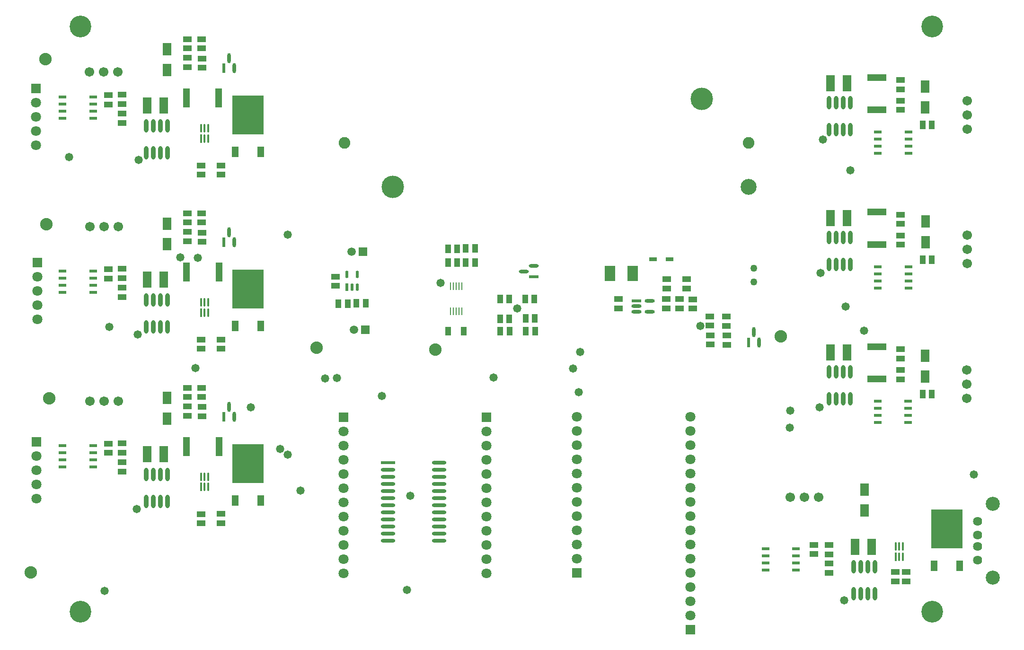
<source format=gts>
G04*
G04 #@! TF.GenerationSoftware,Altium Limited,Altium Designer,22.2.1 (43)*
G04*
G04 Layer_Color=8388736*
%FSLAX25Y25*%
%MOIN*%
G70*
G04*
G04 #@! TF.SameCoordinates,A442F040-2D2B-445B-BC8B-0DACE6EA8BBB*
G04*
G04*
G04 #@! TF.FilePolarity,Negative*
G04*
G01*
G75*
%ADD21R,0.06417X0.08584*%
%ADD25R,0.05750X0.02100*%
G04:AMPARAMS|DCode=26|XSize=102.47mil|YSize=24.49mil|CornerRadius=12.25mil|HoleSize=0mil|Usage=FLASHONLY|Rotation=0.000|XOffset=0mil|YOffset=0mil|HoleType=Round|Shape=RoundedRectangle|*
%AMROUNDEDRECTD26*
21,1,0.10247,0.00000,0,0,0.0*
21,1,0.07798,0.02449,0,0,0.0*
1,1,0.02449,0.03899,0.00000*
1,1,0.02449,-0.03899,0.00000*
1,1,0.02449,-0.03899,0.00000*
1,1,0.02449,0.03899,0.00000*
%
%ADD26ROUNDEDRECTD26*%
%ADD27R,0.10247X0.02449*%
%ADD28R,0.05400X0.03000*%
%ADD29R,0.07800X0.11000*%
%ADD30R,0.07107X0.02410*%
G04:AMPARAMS|DCode=31|XSize=71.07mil|YSize=24.1mil|CornerRadius=12.05mil|HoleSize=0mil|Usage=FLASHONLY|Rotation=0.000|XOffset=0mil|YOffset=0mil|HoleType=Round|Shape=RoundedRectangle|*
%AMROUNDEDRECTD31*
21,1,0.07107,0.00000,0,0,0.0*
21,1,0.04697,0.02410,0,0,0.0*
1,1,0.02410,0.02349,0.00000*
1,1,0.02410,-0.02349,0.00000*
1,1,0.02410,-0.02349,0.00000*
1,1,0.02410,0.02349,0.00000*
%
%ADD31ROUNDEDRECTD31*%
G04:AMPARAMS|DCode=34|XSize=59.46mil|YSize=16.23mil|CornerRadius=8.11mil|HoleSize=0mil|Usage=FLASHONLY|Rotation=90.000|XOffset=0mil|YOffset=0mil|HoleType=Round|Shape=RoundedRectangle|*
%AMROUNDEDRECTD34*
21,1,0.05946,0.00000,0,0,90.0*
21,1,0.04324,0.01623,0,0,90.0*
1,1,0.01623,0.00000,0.02162*
1,1,0.01623,0.00000,-0.02162*
1,1,0.01623,0.00000,-0.02162*
1,1,0.01623,0.00000,0.02162*
%
%ADD34ROUNDEDRECTD34*%
%ADD35R,0.01623X0.05946*%
G04:AMPARAMS|DCode=36|XSize=70.11mil|YSize=24.1mil|CornerRadius=12.05mil|HoleSize=0mil|Usage=FLASHONLY|Rotation=90.000|XOffset=0mil|YOffset=0mil|HoleType=Round|Shape=RoundedRectangle|*
%AMROUNDEDRECTD36*
21,1,0.07011,0.00000,0,0,90.0*
21,1,0.04601,0.02410,0,0,90.0*
1,1,0.02410,0.00000,0.02301*
1,1,0.02410,0.00000,-0.02301*
1,1,0.02410,0.00000,-0.02301*
1,1,0.02410,0.00000,0.02301*
%
%ADD36ROUNDEDRECTD36*%
%ADD37R,0.02410X0.07011*%
%ADD39R,0.02275X0.05269*%
G04:AMPARAMS|DCode=40|XSize=52.69mil|YSize=22.75mil|CornerRadius=11.38mil|HoleSize=0mil|Usage=FLASHONLY|Rotation=90.000|XOffset=0mil|YOffset=0mil|HoleType=Round|Shape=RoundedRectangle|*
%AMROUNDEDRECTD40*
21,1,0.05269,0.00000,0,0,90.0*
21,1,0.02993,0.02275,0,0,90.0*
1,1,0.02275,0.00000,0.01497*
1,1,0.02275,0.00000,-0.01497*
1,1,0.02275,0.00000,-0.01497*
1,1,0.02275,0.00000,0.01497*
%
%ADD40ROUNDEDRECTD40*%
G04:AMPARAMS|DCode=41|XSize=70.11mil|YSize=24.1mil|CornerRadius=12.05mil|HoleSize=0mil|Usage=FLASHONLY|Rotation=180.000|XOffset=0mil|YOffset=0mil|HoleType=Round|Shape=RoundedRectangle|*
%AMROUNDEDRECTD41*
21,1,0.07011,0.00000,0,0,180.0*
21,1,0.04601,0.02410,0,0,180.0*
1,1,0.02410,-0.02301,0.00000*
1,1,0.02410,0.02301,0.00000*
1,1,0.02410,0.02301,0.00000*
1,1,0.02410,-0.02301,0.00000*
%
%ADD41ROUNDEDRECTD41*%
%ADD42R,0.07011X0.02410*%
%ADD43R,0.04353X0.06299*%
%ADD44R,0.01100X0.05250*%
%ADD45R,0.06115X0.04147*%
%ADD46R,0.06115X0.11824*%
%ADD47R,0.13595X0.04934*%
%ADD48R,0.04147X0.06115*%
%ADD49O,0.03162X0.09461*%
%ADD50R,0.04540X0.07493*%
%ADD51R,0.22453X0.27572*%
%ADD52R,0.04934X0.13595*%
%ADD53C,0.15300*%
%ADD54C,0.07099*%
%ADD55R,0.07099X0.07099*%
%ADD56C,0.06700*%
%ADD57C,0.06400*%
%ADD58C,0.09900*%
%ADD59C,0.08800*%
%ADD60C,0.05000*%
%ADD61R,0.05918X0.05918*%
%ADD62C,0.05918*%
%ADD63C,0.08200*%
%ADD64C,0.15800*%
%ADD65C,0.11200*%
%ADD66C,0.05800*%
D21*
X645154Y227920D02*
D03*
Y213296D02*
D03*
X645233Y322692D02*
D03*
Y308069D02*
D03*
X602241Y119058D02*
D03*
Y133681D02*
D03*
X110970Y429192D02*
D03*
Y443815D02*
D03*
X110985Y183610D02*
D03*
Y198234D02*
D03*
X110989Y306515D02*
D03*
Y321139D02*
D03*
X645206Y403004D02*
D03*
Y417627D02*
D03*
D25*
X611752Y195817D02*
D03*
Y190817D02*
D03*
Y185817D02*
D03*
Y180817D02*
D03*
X633202D02*
D03*
Y185817D02*
D03*
Y190817D02*
D03*
Y195817D02*
D03*
X611831Y290589D02*
D03*
Y285589D02*
D03*
Y280589D02*
D03*
Y275589D02*
D03*
X633281D02*
D03*
Y280589D02*
D03*
Y285589D02*
D03*
Y290589D02*
D03*
X554195Y92069D02*
D03*
Y87069D02*
D03*
Y82069D02*
D03*
Y77069D02*
D03*
X532745D02*
D03*
Y82069D02*
D03*
Y87069D02*
D03*
Y92069D02*
D03*
X58929Y164672D02*
D03*
Y159672D02*
D03*
Y154672D02*
D03*
Y149672D02*
D03*
X37479D02*
D03*
Y154672D02*
D03*
Y159672D02*
D03*
Y164672D02*
D03*
X58913Y410254D02*
D03*
Y405254D02*
D03*
Y400254D02*
D03*
Y395254D02*
D03*
X37464D02*
D03*
Y400254D02*
D03*
Y405254D02*
D03*
Y410254D02*
D03*
X58932Y287578D02*
D03*
Y282577D02*
D03*
Y277577D02*
D03*
Y272578D02*
D03*
X37482D02*
D03*
Y277577D02*
D03*
Y282577D02*
D03*
Y287578D02*
D03*
X633254Y385524D02*
D03*
Y380524D02*
D03*
Y375524D02*
D03*
Y370524D02*
D03*
X611804D02*
D03*
Y375524D02*
D03*
Y380524D02*
D03*
Y385524D02*
D03*
D26*
X302721Y152747D02*
D03*
Y147747D02*
D03*
Y142747D02*
D03*
Y137747D02*
D03*
Y132747D02*
D03*
Y127747D02*
D03*
Y122747D02*
D03*
Y117747D02*
D03*
Y112747D02*
D03*
Y107747D02*
D03*
Y102747D02*
D03*
Y97747D02*
D03*
X266772D02*
D03*
Y102747D02*
D03*
Y107747D02*
D03*
Y112747D02*
D03*
Y117747D02*
D03*
Y122747D02*
D03*
Y127747D02*
D03*
Y132747D02*
D03*
Y137747D02*
D03*
Y142747D02*
D03*
Y147747D02*
D03*
D27*
Y152747D02*
D03*
D28*
X464898Y296012D02*
D03*
X453298D02*
D03*
D29*
X423038Y286047D02*
D03*
X439038D02*
D03*
D30*
X441848Y266599D02*
D03*
D31*
Y262859D02*
D03*
Y259119D02*
D03*
X450907D02*
D03*
Y266599D02*
D03*
D34*
X624290Y93491D02*
D03*
X626849D02*
D03*
X629408D02*
D03*
Y86397D02*
D03*
X626849D02*
D03*
X134929Y388188D02*
D03*
X137487D02*
D03*
X140047D02*
D03*
Y381094D02*
D03*
X137487D02*
D03*
X134943Y142606D02*
D03*
X137502D02*
D03*
X140061D02*
D03*
Y135513D02*
D03*
X137502D02*
D03*
X134947Y265512D02*
D03*
X137506D02*
D03*
X140065D02*
D03*
Y258418D02*
D03*
X137506D02*
D03*
D35*
X624290Y86397D02*
D03*
X134929Y381094D02*
D03*
X134943Y135513D02*
D03*
X134947Y258418D02*
D03*
D36*
X524368Y244573D02*
D03*
X528108Y237425D02*
D03*
X154770Y437678D02*
D03*
X158510Y430531D02*
D03*
X154784Y192096D02*
D03*
X158524Y184949D02*
D03*
X154788Y315002D02*
D03*
X158528Y307854D02*
D03*
D37*
X520627Y237425D02*
D03*
X151029Y430531D02*
D03*
X151044Y184949D02*
D03*
X151048Y307854D02*
D03*
D39*
X237667Y276365D02*
D03*
D40*
X241407D02*
D03*
X245147D02*
D03*
Y285154D02*
D03*
X237667D02*
D03*
D41*
X362350Y287456D02*
D03*
X369498Y291196D02*
D03*
D42*
Y283716D02*
D03*
D43*
X320134Y245209D02*
D03*
X309088D02*
D03*
D44*
X310699Y259390D02*
D03*
X312668D02*
D03*
X314636D02*
D03*
X316605D02*
D03*
X318573D02*
D03*
Y276840D02*
D03*
X316605D02*
D03*
X314636D02*
D03*
X312668D02*
D03*
X310699D02*
D03*
D45*
X566725Y88220D02*
D03*
Y94716D02*
D03*
X627582Y232533D02*
D03*
Y226037D02*
D03*
X627606Y217969D02*
D03*
Y211473D02*
D03*
X627661Y327306D02*
D03*
Y320810D02*
D03*
X627685Y312741D02*
D03*
Y306245D02*
D03*
X477163Y275365D02*
D03*
Y281861D02*
D03*
X429009Y261438D02*
D03*
Y267934D02*
D03*
X472034Y261332D02*
D03*
Y267828D02*
D03*
X481459Y261302D02*
D03*
Y267798D02*
D03*
X577531Y88128D02*
D03*
Y94624D02*
D03*
X463013Y275471D02*
D03*
Y281967D02*
D03*
X462883Y261438D02*
D03*
Y267935D02*
D03*
X577491Y74994D02*
D03*
Y81490D02*
D03*
X623918Y69001D02*
D03*
Y75497D02*
D03*
X631660Y69001D02*
D03*
Y75497D02*
D03*
X504955Y249022D02*
D03*
Y255518D02*
D03*
X505311Y235728D02*
D03*
Y242225D02*
D03*
X493548Y249146D02*
D03*
Y255642D02*
D03*
X493560Y235966D02*
D03*
Y242462D02*
D03*
X135380Y444490D02*
D03*
Y450986D02*
D03*
X79321Y405335D02*
D03*
Y411831D02*
D03*
X69798Y405141D02*
D03*
Y411637D02*
D03*
X79224Y392023D02*
D03*
Y398519D02*
D03*
X125290Y444490D02*
D03*
Y450986D02*
D03*
X135108Y355490D02*
D03*
Y361986D02*
D03*
X149081Y355624D02*
D03*
Y362120D02*
D03*
X125290Y431389D02*
D03*
Y437885D02*
D03*
X135681Y430937D02*
D03*
Y437433D02*
D03*
X125305Y185807D02*
D03*
Y192303D02*
D03*
X149096Y110042D02*
D03*
Y116538D02*
D03*
X135123Y109909D02*
D03*
Y116405D02*
D03*
X125305Y198909D02*
D03*
Y205405D02*
D03*
X79239Y146441D02*
D03*
Y152937D02*
D03*
X69813Y159559D02*
D03*
Y166056D02*
D03*
X79336Y159754D02*
D03*
Y166250D02*
D03*
X135696Y185355D02*
D03*
Y191851D02*
D03*
X135395Y198909D02*
D03*
Y205405D02*
D03*
X135399Y321814D02*
D03*
Y328310D02*
D03*
X135700Y308260D02*
D03*
Y314756D02*
D03*
X79340Y282659D02*
D03*
Y289155D02*
D03*
X69817Y282465D02*
D03*
Y288961D02*
D03*
X79243Y269346D02*
D03*
Y275842D02*
D03*
X125309Y321814D02*
D03*
Y328310D02*
D03*
X135127Y232814D02*
D03*
Y239310D02*
D03*
X149100Y232947D02*
D03*
Y239443D02*
D03*
X125309Y308712D02*
D03*
Y315208D02*
D03*
X627658Y401180D02*
D03*
Y407676D02*
D03*
X627634Y415744D02*
D03*
Y422240D02*
D03*
X229777Y277146D02*
D03*
Y283642D02*
D03*
D46*
X97063Y281625D02*
D03*
X108677D02*
D03*
X589979Y230176D02*
D03*
X578365D02*
D03*
X590058Y324949D02*
D03*
X578444D02*
D03*
X97059Y158720D02*
D03*
X108674D02*
D03*
X595747Y93306D02*
D03*
X607361D02*
D03*
X97044Y404302D02*
D03*
X108659D02*
D03*
X578417Y419884D02*
D03*
X590031D02*
D03*
D47*
X610960Y234370D02*
D03*
Y211536D02*
D03*
X611038Y329143D02*
D03*
Y306308D02*
D03*
X611012Y424078D02*
D03*
Y401243D02*
D03*
D48*
X649790Y200873D02*
D03*
X643294D02*
D03*
X649868Y295646D02*
D03*
X643372D02*
D03*
X643345Y390581D02*
D03*
X649841D02*
D03*
X244535Y264820D02*
D03*
X251031D02*
D03*
X238289Y264760D02*
D03*
X231793D02*
D03*
X352359Y245209D02*
D03*
X345863D02*
D03*
X370376Y245209D02*
D03*
X363880D02*
D03*
X352104Y267929D02*
D03*
X345608D02*
D03*
X369750Y267994D02*
D03*
X363254D02*
D03*
X352188Y254028D02*
D03*
X345692D02*
D03*
X370118Y254295D02*
D03*
X363622D02*
D03*
X308960Y293613D02*
D03*
X315456D02*
D03*
X321483Y293615D02*
D03*
X327979D02*
D03*
X308906Y303410D02*
D03*
X315402D02*
D03*
X321500Y303488D02*
D03*
X327996D02*
D03*
D49*
X577308Y197628D02*
D03*
X582307D02*
D03*
X587308D02*
D03*
X592308D02*
D03*
X577308Y216526D02*
D03*
X582307D02*
D03*
X587308D02*
D03*
X592308D02*
D03*
X577386Y292401D02*
D03*
X582386D02*
D03*
X587386D02*
D03*
X592386D02*
D03*
X577386Y311299D02*
D03*
X582386D02*
D03*
X587386D02*
D03*
X592386D02*
D03*
X609797Y79304D02*
D03*
X604797D02*
D03*
X599797D02*
D03*
X594797D02*
D03*
X609797Y60406D02*
D03*
X604797D02*
D03*
X599797D02*
D03*
X594797D02*
D03*
X111353Y389878D02*
D03*
X106353D02*
D03*
X101353D02*
D03*
X96353D02*
D03*
X111353Y370980D02*
D03*
X106353D02*
D03*
X101353D02*
D03*
X96353D02*
D03*
X111368Y144296D02*
D03*
X106368D02*
D03*
X101368D02*
D03*
X96368D02*
D03*
X111368Y125398D02*
D03*
X106368D02*
D03*
X101368D02*
D03*
X96368D02*
D03*
X111372Y267201D02*
D03*
X106372D02*
D03*
X101372D02*
D03*
X96372D02*
D03*
X111372Y248303D02*
D03*
X106372D02*
D03*
X101372D02*
D03*
X96372D02*
D03*
X592359Y406233D02*
D03*
X587359D02*
D03*
X582359D02*
D03*
X577359D02*
D03*
X592359Y387336D02*
D03*
X587359D02*
D03*
X582359D02*
D03*
X577359D02*
D03*
D50*
X651430Y80110D02*
D03*
X669461D02*
D03*
X159177Y126120D02*
D03*
X177209D02*
D03*
X159162Y371702D02*
D03*
X177194D02*
D03*
X159181Y249025D02*
D03*
X177213D02*
D03*
D51*
X660445Y106094D02*
D03*
X168193Y152104D02*
D03*
X168178Y397686D02*
D03*
X168197Y275009D02*
D03*
D52*
X147550Y409573D02*
D03*
X124716D02*
D03*
X147565Y163991D02*
D03*
X124731D02*
D03*
X147569Y286896D02*
D03*
X124734D02*
D03*
D53*
X50000Y460013D02*
D03*
Y47500D02*
D03*
X650000D02*
D03*
Y460013D02*
D03*
D54*
X18892Y127309D02*
D03*
Y147309D02*
D03*
Y157309D02*
D03*
Y137309D02*
D03*
X19752Y253663D02*
D03*
Y273663D02*
D03*
Y283663D02*
D03*
Y263663D02*
D03*
X18657Y376225D02*
D03*
Y396225D02*
D03*
Y406225D02*
D03*
Y386225D02*
D03*
X336176Y104766D02*
D03*
Y134766D02*
D03*
Y154766D02*
D03*
Y174766D02*
D03*
Y164766D02*
D03*
Y144766D02*
D03*
Y124766D02*
D03*
Y114766D02*
D03*
Y94766D02*
D03*
Y84766D02*
D03*
Y74766D02*
D03*
X235385D02*
D03*
Y84766D02*
D03*
Y94766D02*
D03*
Y114766D02*
D03*
Y124766D02*
D03*
Y144766D02*
D03*
Y164766D02*
D03*
Y174766D02*
D03*
Y154766D02*
D03*
Y134766D02*
D03*
Y104766D02*
D03*
X479666Y185097D02*
D03*
Y175097D02*
D03*
Y145097D02*
D03*
Y135097D02*
D03*
Y125097D02*
D03*
Y105097D02*
D03*
Y95097D02*
D03*
Y75097D02*
D03*
Y55097D02*
D03*
Y45097D02*
D03*
Y65097D02*
D03*
Y85097D02*
D03*
Y115097D02*
D03*
Y155097D02*
D03*
Y165097D02*
D03*
X399717Y155097D02*
D03*
Y125097D02*
D03*
Y105097D02*
D03*
Y85097D02*
D03*
Y95097D02*
D03*
Y115097D02*
D03*
Y135097D02*
D03*
Y145097D02*
D03*
Y165097D02*
D03*
Y175097D02*
D03*
Y185097D02*
D03*
D55*
X18892Y167309D02*
D03*
X19752Y293663D02*
D03*
X18657Y416225D02*
D03*
X336176Y184766D02*
D03*
X235385D02*
D03*
X479666Y35097D02*
D03*
X399717Y75097D02*
D03*
D56*
X56529Y428041D02*
D03*
X66529D02*
D03*
X76529D02*
D03*
X674505Y198037D02*
D03*
Y208036D02*
D03*
Y218037D02*
D03*
X674584Y292809D02*
D03*
Y302809D02*
D03*
Y312809D02*
D03*
X550085Y128184D02*
D03*
X560085D02*
D03*
X570085D02*
D03*
X56813Y196045D02*
D03*
X66813D02*
D03*
X76813D02*
D03*
X56817Y318950D02*
D03*
X66817D02*
D03*
X76816D02*
D03*
X674557Y407744D02*
D03*
Y397744D02*
D03*
Y387744D02*
D03*
D57*
X682137Y83864D02*
D03*
Y93707D02*
D03*
Y101581D02*
D03*
Y111424D02*
D03*
D58*
X692806Y71778D02*
D03*
Y123510D02*
D03*
D59*
X14967Y75444D02*
D03*
X299969Y232445D02*
D03*
X543354Y241621D02*
D03*
X25243Y437067D02*
D03*
X28001Y197949D02*
D03*
X26161Y320550D02*
D03*
X216351Y233769D02*
D03*
D60*
X524376Y289675D02*
D03*
Y279833D02*
D03*
D61*
X248891Y301352D02*
D03*
X250672Y246291D02*
D03*
D62*
X241018Y301352D02*
D03*
X242798Y246291D02*
D03*
D63*
X236059Y378058D02*
D03*
X520559D02*
D03*
D64*
X487559Y409058D02*
D03*
X270059Y347058D02*
D03*
D65*
X520559D02*
D03*
D66*
X262240Y199546D02*
D03*
X549850Y177444D02*
D03*
X550161Y189307D02*
D03*
X282241Y129370D02*
D03*
X70284Y248242D02*
D03*
X205065Y133127D02*
D03*
X222346Y212127D02*
D03*
X195932Y313389D02*
D03*
X357789Y261259D02*
D03*
X486734Y248984D02*
D03*
X120250Y297300D02*
D03*
X132595Y296989D02*
D03*
X587925Y55685D02*
D03*
X570586Y191512D02*
D03*
X571299Y286310D02*
D03*
X573206Y380411D02*
D03*
X89741Y120099D02*
D03*
X90334Y243000D02*
D03*
X91124Y365900D02*
D03*
X190700Y162446D02*
D03*
X130900Y219251D02*
D03*
X196000Y158246D02*
D03*
X170000Y191546D02*
D03*
X230700Y212346D02*
D03*
X340900Y212646D02*
D03*
X602000Y245546D02*
D03*
X401100Y202246D02*
D03*
X402056Y230646D02*
D03*
X592359Y358505D02*
D03*
X589200Y262546D02*
D03*
X397076Y218846D02*
D03*
X280000Y63046D02*
D03*
X67100Y62346D02*
D03*
X41900Y367946D02*
D03*
X679500Y144446D02*
D03*
X303793Y279456D02*
D03*
M02*

</source>
